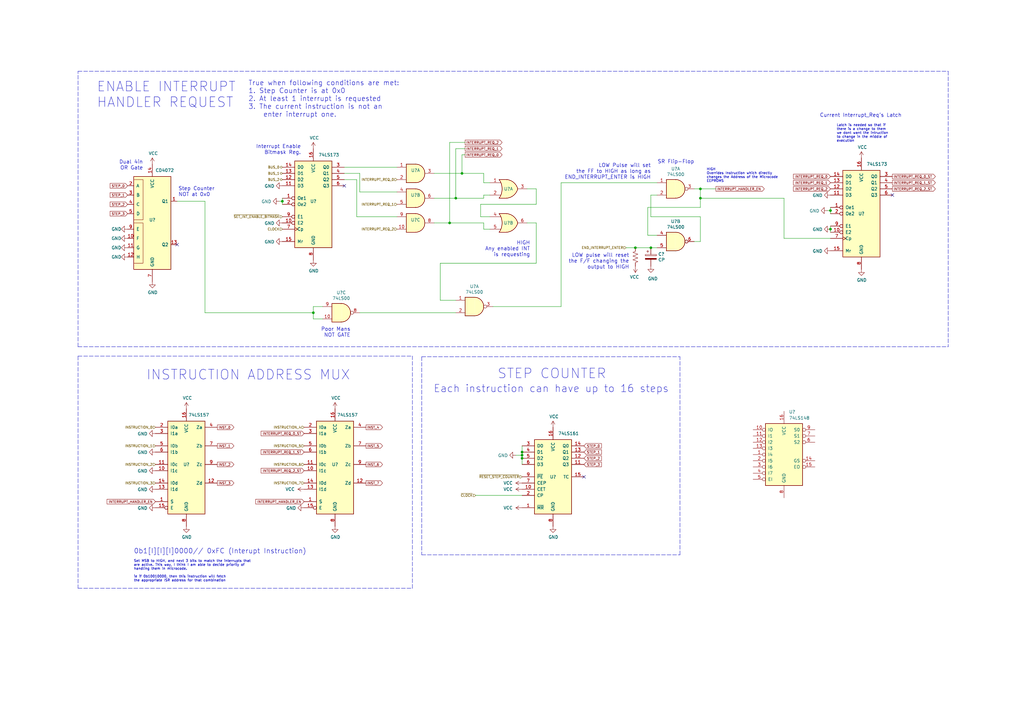
<source format=kicad_sch>
(kicad_sch (version 20211123) (generator eeschema)
  (paper "A3")
  (lib_symbols
    (symbol "74xx:74LS00" (pin_names (offset 1.016))
      (property "Reference" "U" (at 0 1.27 0))
      (property "Value" "74LS00" (at 0 -1.27 0))
      (symbol "74LS00_1_1"
        (pin input line (at -7.62 2.54 0) (length 3.81) (name "~") (number "1"))
        (pin input line (at -7.62 -2.54 0) (length 3.81) (name "~") (number "2"))
        (pin output inverted (at 7.62 0 180) (length 3.81) (name "~") (number "3"))
      )
      (symbol "74LS00_1_2"
        (pin input inverted (at -7.62 2.54 0) (length 4.318) (name "~") (number "1"))
        (pin input inverted (at -7.62 -2.54 0) (length 4.318) (name "~") (number "2"))
        (pin output line (at 7.62 0 180) (length 3.81) (name "~") (number "3"))
      )
      (symbol "74LS00_2_1"
        (pin input line (at -7.62 2.54 0) (length 3.81) (name "~") (number "4"))
        (pin input line (at -7.62 -2.54 0) (length 3.81) (name "~") (number "5"))
        (pin output inverted (at 7.62 0 180) (length 3.81) (name "~") (number "6"))
      )
      (symbol "74LS00_2_2"
        (pin input inverted (at -7.62 2.54 0) (length 4.318) (name "~") (number "4"))
        (pin input inverted (at -7.62 -2.54 0) (length 4.318) (name "~") (number "5"))
        (pin output line (at 7.62 0 180) (length 3.81) (name "~") (number "6"))
      )
      (symbol "74LS00_3_1"
        (pin input line (at -7.62 -2.54 0) (length 3.81) (name "~") (number "10"))
        (pin output inverted (at 7.62 0 180) (length 3.81) (name "~") (number "8"))
        (pin input line (at -7.62 2.54 0) (length 3.81) (name "~") (number "9"))
      )
      (symbol "74LS00_3_2"
        (pin input inverted (at -7.62 -2.54 0) (length 4.318) (name "~") (number "10"))
        (pin output line (at 7.62 0 180) (length 3.81) (name "~") (number "8"))
        (pin input inverted (at -7.62 2.54 0) (length 4.318) (name "~") (number "9"))
      )
      (symbol "74LS00_4_1"
        (pin output inverted (at 7.62 0 180) (length 3.81) (name "~") (number "11"))
        (pin input line (at -7.62 2.54 0) (length 3.81) (name "~") (number "12"))
        (pin input line (at -7.62 -2.54 0) (length 3.81) (name "~") (number "13"))
      )
      (symbol "74LS00_4_2"
        (pin output line (at 7.62 0 180) (length 3.81) (name "~") (number "11"))
        (pin input inverted (at -7.62 2.54 0) (length 4.318) (name "~") (number "12"))
        (pin input inverted (at -7.62 -2.54 0) (length 4.318) (name "~") (number "13"))
      )
      (symbol "74LS00_5_0"
        (pin power_in line (at 0 12.7 270) (length 5.08) (name "VCC") (number "14"))
        (pin power_in line (at 0 -12.7 90) (length 5.08) (name "GND") (number "7"))
      )
    )
    (symbol "74xx:74LS08" (pin_names (offset 1.016))
      (property "Reference" "U" (at 0 1.27 0))
      (property "Value" "74LS08" (at 0 -1.27 0))
      (symbol "74LS08_1_1"
        (pin input line (at -7.62 2.54 0) (length 3.81) (name "~") (number "1"))
        (pin input line (at -7.62 -2.54 0) (length 3.81) (name "~") (number "2"))
        (pin output line (at 7.62 0 180) (length 3.81) (name "~") (number "3"))
      )
      (symbol "74LS08_1_2"
        (pin input inverted (at -7.62 2.54 0) (length 4.318) (name "~") (number "1"))
        (pin input inverted (at -7.62 -2.54 0) (length 4.318) (name "~") (number "2"))
        (pin output inverted (at 7.62 0 180) (length 3.81) (name "~") (number "3"))
      )
      (symbol "74LS08_2_1"
        (pin input line (at -7.62 2.54 0) (length 3.81) (name "~") (number "4"))
        (pin input line (at -7.62 -2.54 0) (length 3.81) (name "~") (number "5"))
        (pin output line (at 7.62 0 180) (length 3.81) (name "~") (number "6"))
      )
      (symbol "74LS08_2_2"
        (pin input inverted (at -7.62 2.54 0) (length 4.318) (name "~") (number "4"))
        (pin input inverted (at -7.62 -2.54 0) (length 4.318) (name "~") (number "5"))
        (pin output inverted (at 7.62 0 180) (length 3.81) (name "~") (number "6"))
      )
      (symbol "74LS08_3_1"
        (pin input line (at -7.62 -2.54 0) (length 3.81) (name "~") (number "10"))
        (pin output line (at 7.62 0 180) (length 3.81) (name "~") (number "8"))
        (pin input line (at -7.62 2.54 0) (length 3.81) (name "~") (number "9"))
      )
      (symbol "74LS08_3_2"
        (pin input inverted (at -7.62 -2.54 0) (length 4.318) (name "~") (number "10"))
        (pin output inverted (at 7.62 0 180) (length 3.81) (name "~") (number "8"))
        (pin input inverted (at -7.62 2.54 0) (length 4.318) (name "~") (number "9"))
      )
      (symbol "74LS08_4_1"
        (pin output line (at 7.62 0 180) (length 3.81) (name "~") (number "11"))
        (pin input line (at -7.62 2.54 0) (length 3.81) (name "~") (number "12"))
        (pin input line (at -7.62 -2.54 0) (length 3.81) (name "~") (number "13"))
      )
      (symbol "74LS08_4_2"
        (pin output inverted (at 7.62 0 180) (length 3.81) (name "~") (number "11"))
        (pin input inverted (at -7.62 2.54 0) (length 4.318) (name "~") (number "12"))
        (pin input inverted (at -7.62 -2.54 0) (length 4.318) (name "~") (number "13"))
      )
      (symbol "74LS08_5_0"
        (pin power_in line (at 0 12.7 270) (length 5.08) (name "VCC") (number "14"))
        (pin power_in line (at 0 -12.7 90) (length 5.08) (name "GND") (number "7"))
      )
    )
    (symbol "74xx:74LS148" (pin_names (offset 1.016))
      (property "Reference" "U" (at -7.62 13.97 0))
      (property "Value" "74LS148" (at -7.62 -13.97 0))
      (symbol "74LS148_1_0"
        (pin input inverted (at -12.7 0 0) (length 5.08) (name "I4") (number "1"))
        (pin input inverted (at -12.7 10.16 0) (length 5.08) (name "IO") (number "10"))
        (pin input inverted (at -12.7 7.62 0) (length 5.08) (name "I1") (number "11"))
        (pin input inverted (at -12.7 5.08 0) (length 5.08) (name "I2") (number "12"))
        (pin input inverted (at -12.7 2.54 0) (length 5.08) (name "I3") (number "13"))
        (pin output inverted (at 12.7 -2.54 180) (length 5.08) (name "GS") (number "14"))
        (pin output inverted (at 12.7 -5.08 180) (length 5.08) (name "EO") (number "15"))
        (pin power_in line (at 0 17.78 270) (length 5.08) (name "VCC") (number "16"))
        (pin input inverted (at -12.7 -2.54 0) (length 5.08) (name "I5") (number "2"))
        (pin input inverted (at -12.7 -5.08 0) (length 5.08) (name "I6") (number "3"))
        (pin input inverted (at -12.7 -7.62 0) (length 5.08) (name "I7") (number "4"))
        (pin input inverted (at -12.7 -10.16 0) (length 5.08) (name "EI") (number "5"))
        (pin output inverted (at 12.7 5.08 180) (length 5.08) (name "S2") (number "6"))
        (pin output inverted (at 12.7 7.62 180) (length 5.08) (name "S1") (number "7"))
        (pin power_in line (at 0 -17.78 90) (length 5.08) (name "GND") (number "8"))
        (pin output inverted (at 12.7 10.16 180) (length 5.08) (name "S0") (number "9"))
      )
    )
    (symbol "74xx:74LS157" (pin_names (offset 1.016))
      (property "Reference" "U" (at -7.62 19.05 0))
      (property "Value" "74LS157" (at -7.62 -21.59 0))
      (symbol "74LS157_1_0"
        (pin input line (at -12.7 -15.24 0) (length 5.08) (name "S") (number "1"))
        (pin input line (at -12.7 -2.54 0) (length 5.08) (name "I1c") (number "10"))
        (pin input line (at -12.7 0 0) (length 5.08) (name "I0c") (number "11"))
        (pin output line (at 12.7 -7.62 180) (length 5.08) (name "Zd") (number "12"))
        (pin input line (at -12.7 -10.16 0) (length 5.08) (name "I1d") (number "13"))
        (pin input line (at -12.7 -7.62 0) (length 5.08) (name "I0d") (number "14"))
        (pin input inverted (at -12.7 -17.78 0) (length 5.08) (name "E") (number "15"))
        (pin power_in line (at 0 22.86 270) (length 5.08) (name "VCC") (number "16"))
        (pin input line (at -12.7 15.24 0) (length 5.08) (name "I0a") (number "2"))
        (pin input line (at -12.7 12.7 0) (length 5.08) (name "I1a") (number "3"))
        (pin output line (at 12.7 15.24 180) (length 5.08) (name "Za") (number "4"))
        (pin input line (at -12.7 7.62 0) (length 5.08) (name "I0b") (number "5"))
        (pin input line (at -12.7 5.08 0) (length 5.08) (name "I1b") (number "6"))
        (pin output line (at 12.7 7.62 180) (length 5.08) (name "Zb") (number "7"))
        (pin power_in line (at 0 -25.4 90) (length 5.08) (name "GND") (number "8"))
        (pin output line (at 12.7 0 180) (length 5.08) (name "Zc") (number "9"))
      )
    )
    (symbol "74xx:74LS161" (pin_names (offset 1.016))
      (property "Reference" "U" (at -7.62 16.51 0))
      (property "Value" "74LS161" (at -7.62 -16.51 0))
      (symbol "74LS161_1_0"
        (pin input line (at -12.7 -12.7 0) (length 5.08) (name "~{MR}") (number "1"))
        (pin input line (at -12.7 -5.08 0) (length 5.08) (name "CET") (number "10"))
        (pin output line (at 12.7 5.08 180) (length 5.08) (name "Q3") (number "11"))
        (pin output line (at 12.7 7.62 180) (length 5.08) (name "Q2") (number "12"))
        (pin output line (at 12.7 10.16 180) (length 5.08) (name "Q1") (number "13"))
        (pin output line (at 12.7 12.7 180) (length 5.08) (name "Q0") (number "14"))
        (pin output line (at 12.7 0 180) (length 5.08) (name "TC") (number "15"))
        (pin power_in line (at 0 20.32 270) (length 5.08) (name "VCC") (number "16"))
        (pin input line (at -12.7 -7.62 0) (length 5.08) (name "CP") (number "2"))
        (pin input line (at -12.7 12.7 0) (length 5.08) (name "D0") (number "3"))
        (pin input line (at -12.7 10.16 0) (length 5.08) (name "D1") (number "4"))
        (pin input line (at -12.7 7.62 0) (length 5.08) (name "D2") (number "5"))
        (pin input line (at -12.7 5.08 0) (length 5.08) (name "D3") (number "6"))
        (pin input line (at -12.7 -2.54 0) (length 5.08) (name "CEP") (number "7"))
        (pin power_in line (at 0 -20.32 90) (length 5.08) (name "GND") (number "8"))
        (pin input line (at -12.7 0 0) (length 5.08) (name "~{PE}") (number "9"))
      )
    )
    (symbol "74xx:74LS173" (pin_names (offset 1.016))
      (property "Reference" "U" (at -7.62 19.05 0))
      (property "Value" "74LS173" (at -7.62 -19.05 0))
      (symbol "74LS173_1_0"
        (pin input inverted (at -12.7 2.54 0) (length 5.08) (name "Oe1") (number "1"))
        (pin input inverted (at -12.7 -7.62 0) (length 5.08) (name "E2") (number "10"))
        (pin input line (at -12.7 7.62 0) (length 5.08) (name "D3") (number "11"))
        (pin input line (at -12.7 10.16 0) (length 5.08) (name "D2") (number "12"))
        (pin input line (at -12.7 12.7 0) (length 5.08) (name "D1") (number "13"))
        (pin input line (at -12.7 15.24 0) (length 5.08) (name "D0") (number "14"))
        (pin input line (at -12.7 -15.24 0) (length 5.08) (name "Mr") (number "15"))
        (pin power_in line (at 0 22.86 270) (length 5.08) (name "VCC") (number "16"))
        (pin input inverted (at -12.7 0 0) (length 5.08) (name "Oe2") (number "2"))
        (pin tri_state line (at 12.7 15.24 180) (length 5.08) (name "Q0") (number "3"))
        (pin tri_state line (at 12.7 12.7 180) (length 5.08) (name "Q1") (number "4"))
        (pin tri_state line (at 12.7 10.16 180) (length 5.08) (name "Q2") (number "5"))
        (pin tri_state line (at 12.7 7.62 180) (length 5.08) (name "Q3") (number "6"))
        (pin input clock (at -12.7 -10.16 0) (length 5.08) (name "Cp") (number "7"))
        (pin power_in line (at 0 -22.86 90) (length 5.08) (name "GND") (number "8"))
        (pin input inverted (at -12.7 -5.08 0) (length 5.08) (name "E1") (number "9"))
      )
    )
    (symbol "74xx:74LS32" (pin_names (offset 1.016))
      (property "Reference" "U" (at 0 1.27 0))
      (property "Value" "74LS32" (at 0 -1.27 0))
      (symbol "74LS32_1_1"
        (pin input line (at -7.62 2.54 0) (length 4.318) (name "~") (number "1"))
        (pin input line (at -7.62 -2.54 0) (length 4.318) (name "~") (number "2"))
        (pin output line (at 7.62 0 180) (length 3.81) (name "~") (number "3"))
      )
      (symbol "74LS32_1_2"
        (pin input inverted (at -7.62 2.54 0) (length 3.81) (name "~") (number "1"))
        (pin input inverted (at -7.62 -2.54 0) (length 3.81) (name "~") (number "2"))
        (pin output inverted (at 7.62 0 180) (length 3.81) (name "~") (number "3"))
      )
      (symbol "74LS32_2_1"
        (pin input line (at -7.62 2.54 0) (length 4.318) (name "~") (number "4"))
        (pin input line (at -7.62 -2.54 0) (length 4.318) (name "~") (number "5"))
        (pin output line (at 7.62 0 180) (length 3.81) (name "~") (number "6"))
      )
      (symbol "74LS32_2_2"
        (pin input inverted (at -7.62 2.54 0) (length 3.81) (name "~") (number "4"))
        (pin input inverted (at -7.62 -2.54 0) (length 3.81) (name "~") (number "5"))
        (pin output inverted (at 7.62 0 180) (length 3.81) (name "~") (number "6"))
      )
      (symbol "74LS32_3_1"
        (pin input line (at -7.62 -2.54 0) (length 4.318) (name "~") (number "10"))
        (pin output line (at 7.62 0 180) (length 3.81) (name "~") (number "8"))
        (pin input line (at -7.62 2.54 0) (length 4.318) (name "~") (number "9"))
      )
      (symbol "74LS32_3_2"
        (pin input inverted (at -7.62 -2.54 0) (length 3.81) (name "~") (number "10"))
        (pin output inverted (at 7.62 0 180) (length 3.81) (name "~") (number "8"))
        (pin input inverted (at -7.62 2.54 0) (length 3.81) (name "~") (number "9"))
      )
      (symbol "74LS32_4_1"
        (pin output line (at 7.62 0 180) (length 3.81) (name "~") (number "11"))
        (pin input line (at -7.62 2.54 0) (length 4.318) (name "~") (number "12"))
        (pin input line (at -7.62 -2.54 0) (length 4.318) (name "~") (number "13"))
      )
      (symbol "74LS32_4_2"
        (pin output inverted (at 7.62 0 180) (length 3.81) (name "~") (number "11"))
        (pin input inverted (at -7.62 2.54 0) (length 3.81) (name "~") (number "12"))
        (pin input inverted (at -7.62 -2.54 0) (length 3.81) (name "~") (number "13"))
      )
      (symbol "74LS32_5_0"
        (pin power_in line (at 0 12.7 270) (length 5.08) (name "VCC") (number "14"))
        (pin power_in line (at 0 -12.7 90) (length 5.08) (name "GND") (number "7"))
      )
    )
    (symbol "Connector_Generic:Conn_01x12" (pin_names (offset 1.016) hide)
      (property "Reference" "J" (at 0 15.24 0))
      (property "Value" "Conn_01x12" (at 0 -17.78 0))
      (symbol "Conn_01x12_1_1"
        (pin passive line (at -5.08 12.7 0) (length 3.81) (name "Pin_1") (number "1"))
        (pin passive line (at -5.08 -10.16 0) (length 3.81) (name "Pin_10") (number "10"))
        (pin passive line (at -5.08 -12.7 0) (length 3.81) (name "Pin_11") (number "11"))
        (pin passive line (at -5.08 -15.24 0) (length 3.81) (name "Pin_12") (number "12"))
        (pin passive line (at -5.08 10.16 0) (length 3.81) (name "Pin_2") (number "2"))
        (pin passive line (at -5.08 7.62 0) (length 3.81) (name "Pin_3") (number "3"))
        (pin passive line (at -5.08 5.08 0) (length 3.81) (name "Pin_4") (number "4"))
        (pin passive line (at -5.08 2.54 0) (length 3.81) (name "Pin_5") (number "5"))
        (pin passive line (at -5.08 0 0) (length 3.81) (name "Pin_6") (number "6"))
        (pin passive line (at -5.08 -2.54 0) (length 3.81) (name "Pin_7") (number "7"))
        (pin passive line (at -5.08 -5.08 0) (length 3.81) (name "Pin_8") (number "8"))
        (pin passive line (at -5.08 -7.62 0) (length 3.81) (name "Pin_9") (number "9"))
      )
    )
    (symbol "Device:CP" (pin_numbers hide) (pin_names (offset 0.254))
      (property "Reference" "C" (at 0.635 2.54 0))
      (property "Value" "Device_CP" (at 0.635 -2.54 0))
      (symbol "CP_1_1"
        (pin passive line (at 0 3.81 270) (length 2.794) (name "~") (number "1"))
        (pin passive line (at 0 -3.81 90) (length 2.794) (name "~") (number "2"))
      )
    )
    (symbol "SMD-Stephen:CD4072" (pin_names (offset 1.016))
      (property "Reference" "U" (at -7.62 19.05 0))
      (property "Value" "SMD-Stephen_CD4072" (at 5.08 19.05 0))
      (symbol "CD4072_1_0"
        (pin output line (at 10.16 7.62 180) (length 2.54) (name "Q1") (number "1"))
        (pin input line (at -10.16 -7.62 0) (length 2.54) (name "F") (number "10"))
        (pin input line (at -10.16 -11.43 0) (length 2.54) (name "G") (number "11"))
        (pin input line (at -10.16 -15.24 0) (length 2.54) (name "H") (number "12"))
        (pin output line (at 10.16 -10.16 180) (length 2.54) (name "Q2") (number "13"))
        (pin power_in line (at 0 22.86 270) (length 5.08) (name "VCC") (number "14"))
        (pin input line (at -10.16 13.97 0) (length 2.54) (name "A") (number "2"))
        (pin input line (at -10.16 10.16 0) (length 2.54) (name "B") (number "3"))
        (pin input line (at -10.16 6.35 0) (length 2.54) (name "C") (number "4"))
        (pin input line (at -10.16 2.54 0) (length 2.54) (name "D") (number "5"))
        (pin power_in line (at 0 -25.4 90) (length 5.08) (name "GND") (number "7"))
        (pin input line (at -10.16 -3.81 0) (length 2.54) (name "E") (number "9"))
      )
    )
    (symbol "power:GND" (power) (pin_names (offset 0))
      (property "Value" "GND" (at 0 -3.81 0))
      (symbol "GND_1_1"
        (pin power_in line (at 0 0 270) (length 0) hide (name "GND") (number "1"))
      )
    )
    (symbol "power:PWR_FLAG" (power) (pin_numbers hide) (pin_names (offset 0) hide)
      (property "Value" "PWR_FLAG" (at 0 3.81 0))
      (symbol "PWR_FLAG_0_0"
        (pin power_out line (at 0 0 90) (length 0) (name "pwr") (number "1"))
      )
    )
    (symbol "power:VCC" (power) (pin_names (offset 0))
      (property "Value" "VCC" (at 0 3.81 0))
      (symbol "VCC_1_1"
        (pin power_in line (at 0 0 90) (length 0) hide (name "VCC") (number "1"))
      )
    )
    (symbol "stephen-mouser:3.9kohm" (pin_numbers hide) (pin_names (offset 0))
      (property "V" "3.9KΩ" (at 0 0 0))
      (symbol "3.9kohm_1_1"
        (pin passive line (at 0 3.81 270) (length 1.27) (name "~") (number "1"))
        (pin passive line (at 0 -3.81 90) (length 1.27) (name "~") (number "2"))
      )
    )
  )
  (junction (at 214.122 185.42))
  (junction (at -128.524 163.068))
  (junction (at 184.404 91.44))
  (junction (at 189.484 71.12))
  (junction (at 186.944 81.28))
  (junction (at -128.524 160.528))
  (junction (at 340.614 86.36))
  (junction (at 214.122 187.96))
  (junction (at 287.274 81.28))
  (junction (at 266.954 101.6))
  (junction (at 260.604 101.6))
  (junction (at 115.824 82.55))
  (junction (at 340.614 93.98))
  (junction (at 287.274 77.47))
  (junction (at 214.122 186.69))
  (junction (at 128.524 128.27))
  (no_connect (at 499.11 254))
  (no_connect (at 366.014 80.01))
  (no_connect (at 239.522 195.58))
  (no_connect (at 514.35 256.54))
  (no_connect (at 455.93 255.27))
  (no_connect (at 499.11 273.05))
  (no_connect (at 141.224 76.2))
  (no_connect (at 440.69 271.78))
  (no_connect (at 455.93 269.24))
  (no_connect (at 455.93 283.21))
  (no_connect (at 440.69 280.67))
  (no_connect (at 440.69 285.75))
  (no_connect (at 440.69 257.81))
  (no_connect (at 514.35 270.51))
  (no_connect (at 499.11 259.08))
  (no_connect (at 499.11 267.97))
  (no_connect (at 440.69 252.73))
  (no_connect (at 440.69 266.7))
  (no_connect (at 72.644 100.33))
  (wire (pts (xy 189.484 71.12) (xy 198.374 71.12)))
  (wire (pts (xy 72.644 82.55) (xy 84.074 82.55)))
  (wire (pts (xy 146.304 73.66) (xy 146.304 88.9)))
  (wire (pts (xy 340.614 92.71) (xy 340.614 93.98)))
  (polyline (pts (xy 419.1 387.35) (xy 419.1 400.05)))
  (wire (pts (xy 128.524 130.81) (xy 132.334 130.81)))
  (wire (pts (xy 198.374 91.44) (xy 198.374 93.98)))
  (wire (pts (xy 211.582 186.69) (xy 214.122 186.69)))
  (polyline (pts (xy 419.1 373.38) (xy 419.1 386.08)))
  (wire (pts (xy 230.124 74.93) (xy 269.494 74.93)))
  (polyline (pts (xy 419.1 393.7) (xy 412.75 393.7)))
  (wire (pts (xy 186.944 123.19) (xy 180.594 123.19)))
  (wire (pts (xy 141.224 71.12) (xy 147.574 71.12)))
  (wire (pts (xy 198.374 93.98) (xy 200.914 93.98)))
  (wire (pts (xy 178.054 71.12) (xy 189.484 71.12)))
  (wire (pts (xy 147.574 128.27) (xy 186.944 128.27)))
  (wire (pts (xy 186.944 60.96) (xy 190.754 60.96)))
  (wire (pts (xy 197.104 83.82) (xy 197.104 88.9)))
  (wire (pts (xy 287.274 77.47) (xy 287.274 81.28)))
  (wire (pts (xy 260.604 101.6) (xy 266.954 101.6)))
  (wire (pts (xy 186.944 60.96) (xy 186.944 81.28)))
  (wire (pts (xy 340.614 85.09) (xy 340.614 86.36)))
  (wire (pts (xy 293.624 77.47) (xy 287.274 77.47)))
  (wire (pts (xy 180.594 107.95) (xy 219.964 107.95)))
  (wire (pts (xy 266.954 88.9) (xy 266.954 80.01)))
  (polyline (pts (xy 419.1 356.87) (xy 412.75 356.87)))
  (wire (pts (xy 287.274 85.09) (xy 265.684 85.09)))
  (wire (pts (xy 198.374 71.12) (xy 198.374 74.93)))
  (wire (pts (xy 214.122 186.69) (xy 214.122 187.96)))
  (wire (pts (xy 84.074 128.27) (xy 128.524 128.27)))
  (wire (pts (xy 219.964 83.82) (xy 197.104 83.82)))
  (polyline (pts (xy 388.874 29.21) (xy 388.874 142.24)))
  (wire (pts (xy 186.944 81.28) (xy 198.374 81.28)))
  (wire (pts (xy 114.554 82.55) (xy 115.824 82.55)))
  (wire (pts (xy 195.072 203.2) (xy 214.122 203.2)))
  (polyline (pts (xy 32.004 146.05) (xy 32.004 241.3)))
  (wire (pts (xy 184.404 91.44) (xy 198.374 91.44)))
  (wire (pts (xy 132.334 125.73) (xy 128.524 125.73)))
  (wire (pts (xy 180.594 123.19) (xy 180.594 107.95)))
  (polyline (pts (xy 172.974 146.304) (xy 278.892 146.304)))
  (wire (pts (xy 287.274 88.9) (xy 287.274 99.06)))
  (wire (pts (xy 230.124 74.93) (xy 230.124 125.73)))
  (wire (pts (xy 178.054 91.44) (xy 184.404 91.44)))
  (wire (pts (xy 84.074 82.55) (xy 84.074 128.27)))
  (wire (pts (xy 147.574 71.12) (xy 147.574 78.74)))
  (polyline (pts (xy 172.974 227.584) (xy 278.892 227.584)))
  (wire (pts (xy 198.374 80.01) (xy 200.914 80.01)))
  (polyline (pts (xy 419.1 379.73) (xy 412.75 379.73)))
  (wire (pts (xy 147.574 78.74) (xy 162.814 78.74)))
  (wire (pts (xy 284.734 77.47) (xy 287.274 77.47)))
  (wire (pts (xy 265.684 96.52) (xy 269.494 96.52)))
  (wire (pts (xy 128.524 125.73) (xy 128.524 128.27)))
  (wire (pts (xy 128.524 128.27) (xy 128.524 130.81)))
  (wire (pts (xy 178.054 81.28) (xy 186.944 81.28)))
  (wire (pts (xy 266.954 101.6) (xy 269.494 101.6)))
  (wire (pts (xy 284.734 99.06) (xy 287.274 99.06)))
  (wire (pts (xy 198.374 74.93) (xy 200.914 74.93)))
  (wire (pts (xy 340.614 86.36) (xy 340.614 87.63)))
  (polyline (pts (xy 431.8 187.96) (xy 431.8 290.83)))
  (wire (pts (xy 287.274 88.9) (xy 266.954 88.9)))
  (wire (pts (xy 146.304 88.9) (xy 162.814 88.9)))
  (polyline (pts (xy 431.8 187.96) (xy 523.24 187.96)))
  (polyline (pts (xy 431.8 290.83) (xy 523.24 290.83)))
  (wire (pts (xy 219.964 77.47) (xy 219.964 83.82)))
  (wire (pts (xy 216.154 77.47) (xy 219.964 77.47)))
  (wire (pts (xy 214.122 187.96) (xy 214.122 190.5)))
  (wire (pts (xy 141.224 68.58) (xy 162.814 68.58)))
  (wire (pts (xy 214.122 185.42) (xy 214.122 182.88)))
  (wire (pts (xy 115.824 81.28) (xy 115.824 82.55)))
  (wire (pts (xy -128.524 160.528) (xy -137.414 160.528)))
  (wire (pts (xy 339.344 86.36) (xy 340.614 86.36)))
  (wire (pts (xy 141.224 73.66) (xy 146.304 73.66)))
  (wire (pts (xy 216.154 91.44) (xy 219.964 91.44)))
  (wire (pts (xy 321.564 81.28) (xy 287.274 81.28)))
  (polyline (pts (xy 32.004 241.3) (xy 169.164 241.3)))
  (wire (pts (xy 256.794 101.6) (xy 260.604 101.6)))
  (wire (pts (xy 190.754 58.42) (xy 184.404 58.42)))
  (wire (pts (xy 214.122 186.69) (xy 214.122 185.42)))
  (polyline (pts (xy 32.004 29.21) (xy 388.874 29.21)))
  (wire (pts (xy 219.964 91.44) (xy 219.964 107.95)))
  (wire (pts (xy 198.374 81.28) (xy 198.374 80.01)))
  (wire (pts (xy 265.684 85.09) (xy 265.684 96.52)))
  (wire (pts (xy 321.564 81.28) (xy 321.564 97.79)))
  (wire (pts (xy 266.954 80.01) (xy 269.494 80.01)))
  (wire (pts (xy 189.484 63.5) (xy 189.484 71.12)))
  (wire (pts (xy 287.274 81.28) (xy 287.274 85.09)))
  (wire (pts (xy 115.824 82.55) (xy 115.824 83.82)))
  (polyline (pts (xy 169.164 241.3) (xy 169.164 146.05)))
  (polyline (pts (xy 523.24 187.96) (xy 523.24 290.83)))
  (wire (pts (xy 340.614 97.79) (xy 321.564 97.79)))
  (wire (pts (xy 190.754 63.5) (xy 189.484 63.5)))
  (wire (pts (xy 202.184 125.73) (xy 230.124 125.73)))
  (polyline (pts (xy 419.1 341.63) (xy 419.1 372.11)))
  (wire (pts (xy 340.614 93.98) (xy 340.614 95.25)))
  (polyline (pts (xy 172.974 146.304) (xy 172.974 227.584)))
  (polyline (pts (xy 278.892 227.584) (xy 278.892 146.304)))
  (polyline (pts (xy 32.004 142.24) (xy 32.004 29.21)))
  (polyline (pts (xy 32.004 142.24) (xy 388.874 142.24)))
  (wire (pts (xy 197.104 88.9) (xy 200.914 88.9)))
  (wire (pts (xy -137.414 163.068) (xy -128.524 163.068)))
  (wire (pts (xy 184.404 58.42) (xy 184.404 91.44)))
  (polyline (pts (xy 32.004 146.05) (xy 169.164 146.05)))
  (text "STORE PC" (at 411.48 358.14 180) (effects (font (size 2.9972 2.9972)) (justify right bottom)))
  (text "Poor Mans\nNOT GATE" (at 143.764 138.43 180) (effects (font (size 1.4986 1.4986)) (justify right bottom)))
  (text "Latch is needed so that if\nthere is a change to them\nwe dont want the intruction\nto change in the middle of\nexecution" (at 343.154 58.42 0) (effects (font (size 0.9906 0.9906)) (justify left bottom)))
  (text "TODO TODO Return from Interrupt\n\n1. Restore PC => Mem  => SP\n2. Restore Flags => Mem  => SP\n3. Load MAR with PC\n4. Fetch Instruction\n5. Execute" (at 411.48 473.71 0) (effects (font (size 2.9972 2.9972)) (justify left bottom)))
  (text "Step Counter\nNOT at 0x0" (at 73.152 80.772 0) (effects (font (size 1.4986 1.4986)) (justify left bottom)))
  (text "STORE FLAGS" (at 411.48 381 180) (effects (font (size 2.9972 2.9972)) (justify right bottom)))
  (text "STEP COUNTER" (at 203.962 155.702 0) (effects (font (size 3.9878 3.9878)) (justify left bottom)))
  (text "HIGH\nAny enabled INT\nis requesting" (at 217.424 105.41 180) (effects (font (size 1.4986 1.4986)) (justify right bottom)))
  (text "LOW pulse will reset\nthe F/F changing the\noutput to HIGH" (at 258.064 110.49 0) (effects (font (size 1.4986 1.4986)) (justify right bottom)))
  (text "SR Flip-Flop" (at 284.734 67.31 180) (effects (font (size 1.4986 1.4986)) (justify right bottom)))
  (text "LOW Pulse will set\nthe FF to HIGH as long as\nEND_INTERRUPT_ENTER is HIGH" (at 266.954 73.66 0) (effects (font (size 1.4986 1.4986)) (justify right bottom)))
  (text "jmp  $2:111\n\njmp cs:cd\n\n\n\nconditionals near jump\nfar jump non conditional\n\n\njfeq = bonus far jump\njfneq = bonus 2" (at 612.14 330.2 0) (effects (font (size 3.9878 3.9878)) (justify left bottom)))
  (text "Set MSB to HIGH, and next 3 bits to match the interrupts that\nare active. This way, I think I am able to decide priority of \nhandling them in microcode.\n\nie if 0b10010000, then this instruction will fetch\nthe appropriate ISR address for that combination" (at 54.864 238.76 0) (effects (font (size 0.9906 0.9906)) (justify left bottom)))
  (text "MOV A, 200\nADD 230\nJC $1000" (at 624.84 367.03 0) (effects (font (size 3.9878 3.9878)) (justify left bottom)))
  (text "1.  Increment SP\n2.  PC Out | Transfer Register In\n3.  SP Address Out | MAR In\n4.  TX MSB Out | MEM Write\n5.  Increment SP\n6.  SP Address Out | MAR In\n7.  TX LSB Out | MEM Write\n8.  Increment SP\n9.  SP Address Out | MAR In\n10. Flags Reg Out | MEM Write\n11. Load Interrupt Address in *** to PC | Clear Interrupt Flag(?)\n12. PC Out | MAR In\n13. Memory Out | Instruction Register In\n\n*** Interrupt Addresses are static (I think)\n      $8000\n      $8001\n      $8002\n" (at 421.64 422.91 0) (effects (font (size 2.9972 2.9972)) (justify left bottom)))
  (text "Current Interrupt_Req’s Latch" (at 369.824 48.26 180) (effects (font (size 1.4986 1.4986)) (justify right bottom)))
  (text "Dual 4in\nOR Gate" (at 58.674 69.85 180) (effects (font (size 1.4986 1.4986)) (justify right bottom)))
  (text "Each instruction can have up to 16 steps" (at 177.8 161.29 0) (effects (font (size 2.9972 2.9972)) (justify left bottom)))
  (text "Interrupt Enable\nBitmask Reg." (at 123.444 63.5 180) (effects (font (size 1.4986 1.4986)) (justify right bottom)))
  (text "INSTRUCTION ADDRESS MUX" (at 59.944 156.21 0) (effects (font (size 3.9878 3.9878)) (justify left bottom)))
  (text "True when following conditions are met:\n1. Step Counter is at 0x0\n2. At least 1 interrupt is requested\n3. The current instruction is not an\n    enter interrupt one." (at 101.854 48.26 0) (effects (font (size 2.0066 2.0066)) (justify left bottom)))
  (text "HIGH\nOverrides Instruction which directly\nchanges the Address of the Microcode\nEEPROMS" (at 289.814 74.93 0) (effects (font (size 0.9906 0.9906)) (justify left bottom)))
  (text "LOGIC GATE POWER\nAND UNUSED" (at 449.58 203.2 0) (effects (font (size 3.9878 3.9878)) (justify left bottom)))
  (text "ENABLE INTERRUPT\nHANDLER REQUEST" (at 39.624 44.45 0) (effects (font (size 3.9878 3.9878)) (justify left bottom)))
  (text "FETCH INTERRUPT SUBROUTINE" (at 411.48 394.97 180) (effects (font (size 2.9972 2.9972)) (justify right bottom)))
  (text "Enter Interrupt\n" (at 422.91 335.28 0) (effects (font (size 5.0038 5.0038)) (justify left bottom)))
  (text "0b1[I][I][I]0000// 0xFC (Interupt Instruction)" (at 54.864 227.33 0) (effects (font (size 2.0066 2.0066)) (justify left bottom)))
  (global_label "INST_6" (shape output) (at 150.114 190.5 0) (effects (font (size 0.9906 0.9906))) (property "Intersheet References" "${INTERSHEET_REFS}" (effects hide)))
  (global_label "INTERRUPT_REQ_0_ST" (shape input) (at 124.714 177.8 180) (effects (font (size 0.9906 0.9906))) (property "Intersheet References" "${INTERSHEET_REFS}" (effects hide)))
  (global_label "INTERRUPT_REQ_2" (shape output) (at 190.754 58.42 0) (effects (font (size 0.9906 0.9906))) (property "Intersheet References" "${INTERSHEET_REFS}" (effects hide)))
  (global_label "INSTRUCTION_7" (shape output) (at -128.524 185.928 0) (effects (font (size 0.9906 0.9906))) (property "Intersheet References" "${INTERSHEET_REFS}" (effects hide)))
  (global_label "INSTRUCTION_6" (shape output) (at -128.524 183.388 0) (effects (font (size 0.9906 0.9906))) (property "Intersheet References" "${INTERSHEET_REFS}" (effects hide)))
  (global_label "STEP_0" (shape input) (at 52.324 76.2 180) (effects (font (size 0.9906 0.9906))) (property "Intersheet References" "${INTERSHEET_REFS}" (effects hide)))
  (global_label "STEP_3" (shape input) (at 239.522 190.5 0) (effects (font (size 0.9906 0.9906))) (property "Intersheet References" "${INTERSHEET_REFS}" (effects hide)))
  (global_label "INST_3" (shape output) (at 89.154 198.12 0) (effects (font (size 0.9906 0.9906))) (property "Intersheet References" "${INTERSHEET_REFS}" (effects hide)))
  (global_label "INTERRUPT_REQ_2" (shape input) (at 340.614 77.47 180) (effects (font (size 0.9906 0.9906))) (property "Intersheet References" "${INTERSHEET_REFS}" (effects hide)))
  (global_label "INTERRUPT_REQ_1" (shape input) (at 340.614 74.93 180) (effects (font (size 0.9906 0.9906))) (property "Intersheet References" "${INTERSHEET_REFS}" (effects hide)))
  (global_label "INTERRUPT_REQ_1_ST" (shape output) (at 366.014 74.93 0) (effects (font (size 0.9906 0.9906))) (property "Intersheet References" "${INTERSHEET_REFS}" (effects hide)))
  (global_label "CLOCK" (shape output) (at -128.524 165.608 0) (effects (font (size 0.9906 0.9906))) (property "Intersheet References" "${INTERSHEET_REFS}" (effects hide)))
  (global_label "STEP_2" (shape input) (at 52.324 83.82 180) (effects (font (size 0.9906 0.9906))) (property "Intersheet References" "${INTERSHEET_REFS}" (effects hide)))
  (global_label "INST_4" (shape output) (at 150.114 175.26 0) (effects (font (size 0.9906 0.9906))) (property "Intersheet References" "${INTERSHEET_REFS}" (effects hide)))
  (global_label "INTERRUPT_REQ_2_ST" (shape output) (at 366.014 77.47 0) (effects (font (size 0.9906 0.9906))) (property "Intersheet References" "${INTERSHEET_REFS}" (effects hide)))
  (global_label "INTERRUPT_REQ_1" (shape output) (at 190.754 60.96 0) (effects (font (size 0.9906 0.9906))) (property "Intersheet References" "${INTERSHEET_REFS}" (effects hide)))
  (global_label "INTERRUPT_REQ_2_ST" (shape input) (at 124.714 193.04 180) (effects (font (size 0.9906 0.9906))) (property "Intersheet References" "${INTERSHEET_REFS}" (effects hide)))
  (global_label "INTERRUPT_HANDLER_EN" (shape input) (at 124.714 205.74 180) (effects (font (size 0.9906 0.9906))) (property "Intersheet References" "${INTERSHEET_REFS}" (effects hide)))
  (global_label "INSTRUCTION_5" (shape output) (at -128.524 180.848 0) (effects (font (size 0.9906 0.9906))) (property "Intersheet References" "${INTERSHEET_REFS}" (effects hide)))
  (global_label "INSTRUCTION_2" (shape output) (at -128.524 173.228 0) (effects (font (size 0.9906 0.9906))) (property "Intersheet References" "${INTERSHEET_REFS}" (effects hide)))
  (global_label "INSTRUCTION_3" (shape output) (at -128.524 175.768 0) (effects (font (size 0.9906 0.9906))) (property "Intersheet References" "${INTERSHEET_REFS}" (effects hide)))
  (global_label "INSTRUCTION_0" (shape output) (at -128.524 168.148 0) (effects (font (size 0.9906 0.9906))) (property "Intersheet References" "${INTERSHEET_REFS}" (effects hide)))
  (global_label "INTERRUPT_REQ_0" (shape output) (at 190.754 63.5 0) (effects (font (size 0.9906 0.9906))) (property "Intersheet References" "${INTERSHEET_REFS}" (effects hide)))
  (global_label "STEP_0" (shape input) (at 239.522 182.88 0) (effects (font (size 0.9906 0.9906))) (property "Intersheet References" "${INTERSHEET_REFS}" (effects hide)))
  (global_label "INTERRUPT_REQ_0_ST" (shape output) (at 366.014 72.39 0) (effects (font (size 0.9906 0.9906))) (property "Intersheet References" "${INTERSHEET_REFS}" (effects hide)))
  (global_label "INSTRUCTION_4" (shape output) (at -128.524 178.308 0) (effects (font (size 0.9906 0.9906))) (property "Intersheet References" "${INTERSHEET_REFS}" (effects hide)))
  (global_label "INST_1" (shape output) (at 89.154 182.88 0) (effects (font (size 0.9906 0.9906))) (property "Intersheet References" "${INTERSHEET_REFS}" (effects hide)))
  (global_label "INST_2" (shape output) (at 89.154 190.5 0) (effects (font (size 0.9906 0.9906))) (property "Intersheet References" "${INTERSHEET_REFS}" (effects hide)))
  (global_label "INTERRUPT_HANDLER_EN" (shape output) (at 293.624 77.47 0) (effects (font (size 0.9906 0.9906))) (property "Intersheet References" "${INTERSHEET_REFS}" (effects hide)))
  (global_label "INST_5" (shape output) (at 150.114 182.88 0) (effects (font (size 0.9906 0.9906))) (property "Intersheet References" "${INTERSHEET_REFS}" (effects hide)))
  (global_label "STEP_1" (shape input) (at 239.522 185.42 0) (effects (font (size 0.9906 0.9906))) (property "Intersheet References" "${INTERSHEET_REFS}" (effects hide)))
  (global_label "INTERRUPT_REQ_1_ST" (shape input) (at 124.714 185.42 180) (effects (font (size 0.9906 0.9906))) (property "Intersheet References" "${INTERSHEET_REFS}" (effects hide)))
  (global_label "STEP_1" (shape input) (at 52.324 80.01 180) (effects (font (size 0.9906 0.9906))) (property "Intersheet References" "${INTERSHEET_REFS}" (effects hide)))
  (global_label "INSTRUCTION_1" (shape output) (at -128.524 170.688 0) (effects (font (size 0.9906 0.9906))) (property "Intersheet References" "${INTERSHEET_REFS}" (effects hide)))
  (global_label "STEP_2" (shape input) (at 239.522 187.96 0) (effects (font (size 0.9906 0.9906))) (property "Intersheet References" "${INTERSHEET_REFS}" (effects hide)))
  (global_label "INTERRUPT_REQ_0" (shape input) (at 340.614 72.39 180) (effects (font (size 0.9906 0.9906))) (property "Intersheet References" "${INTERSHEET_REFS}" (effects hide)))
  (global_label "INST_0" (shape output) (at 89.154 175.26 0) (effects (font (size 0.9906 0.9906))) (property "Intersheet References" "${INTERSHEET_REFS}" (effects hide)))
  (global_label "INST_7" (shape output) (at 150.114 198.12 0) (effects (font (size 0.9906 0.9906))) (property "Intersheet References" "${INTERSHEET_REFS}" (effects hide)))
  (global_label "STEP_3" (shape input) (at 52.324 87.63 180) (effects (font (size 0.9906 0.9906))) (property "Intersheet References" "${INTERSHEET_REFS}" (effects hide)))
  (global_label "INTERRUPT_HANDLER_EN" (shape input) (at 63.754 205.74 180) (effects (font (size 0.9906 0.9906))) (property "Intersheet References" "${INTERSHEET_REFS}" (effects hide)))
  (hierarchical_label "~{SET_INT_ENABLE_BITMASK}" (shape input) (at 115.824 88.9 180) (effects (font (size 0.9906 0.9906))))
  (hierarchical_label "BUS_1" (shape tri_state) (at 115.824 71.12 180) (effects (font (size 0.9906 0.9906))))
  (hierarchical_label "~{RESET_STEP_COUNTER}" (shape input) (at 214.122 195.58 180) (effects (font (size 0.9906 0.9906))))
  (hierarchical_label "INTERRUPT_REQ_1" (shape input) (at 162.814 83.82 180) (effects (font (size 0.9906 0.9906))))
  (hierarchical_label "BUS_2" (shape tri_state) (at 115.824 73.66 180) (effects (font (size 0.9906 0.9906))))
  (hierarchical_label "INSTRUCTION_0" (shape input) (at 63.754 175.26 180) (effects (font (size 0.9906 0.9906))))
  (hierarchical_label "~{CLOCK}" (shape input) (at 195.072 203.2 180) (effects (font (size 0.9906 0.9906))))
  (hierarchical_label "INTERRUPT_REQ_2" (shape input) (at 162.814 93.98 180) (effects (font (size 0.9906 0.9906))))
  (hierarchical_label "INSTRUCTION_4" (shape input) (at 124.714 175.26 180) (effects (font (size 0.9906 0.9906))))
  (hierarchical_label "INSTRUCTION_5" (shape input) (at 124.714 182.88 180) (effects (font (size 0.9906 0.9906))))
  (hierarchical_label "INSTRUCTION_6" (shape input) (at 124.714 190.5 180) (effects (font (size 0.9906 0.9906))))
  (hierarchical_label "BUS_0" (shape tri_state) (at 115.824 68.58 180) (effects (font (size 0.9906 0.9906))))
  (hierarchical_label "INSTRUCTION_1" (shape input) (at 63.754 182.88 180) (effects (font (size 0.9906 0.9906))))
  (hierarchical_label "CLOCK" (shape input) (at 115.824 93.98 180) (effects (font (size 0.9906 0.9906))))
  (hierarchical_label "INSTRUCTION_7" (shape input) (at 124.714 198.12 180) (effects (font (size 0.9906 0.9906))))
  (hierarchical_label "INSTRUCTION_3" (shape input) (at 63.754 198.12 180) (effects (font (size 0.9906 0.9906))))
  (hierarchical_label "INTERRUPT_REQ_0" (shape input) (at 162.814 73.66 180) (effects (font (size 0.9906 0.9906))))
  (hierarchical_label "END_INTERRUPT_ENTER" (shape input) (at 256.794 101.6 180) (effects (font (size 0.9906 0.9906))))
  (hierarchical_label "INSTRUCTION_2" (shape input) (at 63.754 190.5 180) (effects (font (size 0.9906 0.9906))))
  (symbol (lib_id "power:PWR_FLAG") (at -137.414 160.528 90) (unit 1)
    (property "Reference" "#FLG01" (effects hide))
    (property "Value" "PWR_FLAG" (at -140.6398 160.528 90) (effects (justify left)))
  )
  (symbol (lib_id "power:PWR_FLAG") (at -137.414 163.068 90) (unit 1)
    (property "Reference" "#FLG02" (effects hide))
    (property "Value" "PWR_FLAG" (at -140.6398 163.068 90) (effects (justify left)))
  )
  (symbol (lib_id "Connector_Generic:Conn_01x12") (at -133.604 175.768 180) (unit 1)
    (property "Reference" "J4" (effects hide))
    (property "Value" "Conn_01x12" (effects hide))
    (property "Footprint" "Connector_PinHeader_2.54mm:PinHeader_1x12_P2.54mm_Vertical" (effects hide))
    (property "L" "Connections" (at -136.144 175.768 90))
  )
  (symbol (lib_id "Device:CP") (at -122.174 127.508 0) (unit 1)
    (property "Reference" "C1" (effects hide))
    (property "Value" "CP" (effects hide))
    (property "Footprint" "Capacitor_SMD:CP_Elec_8x10" (effects hide))
    (property "L" "100uf" (at -119.1768 127.508 0) (effects (justify left)))
  )
  (symbol (lib_id "power:VCC") (at -122.174 123.698 0) (unit 1)
    (property "Reference" "#PWR074" (effects hide))
    (property "Value" "VCC" (at -121.793 119.3038 0))
  )
  (symbol (lib_id "power:GND") (at -122.174 131.318 0) (unit 1)
    (property "Reference" "#PWR075" (effects hide))
    (property "Value" "GND" (at -122.047 134.5692 90) (effects (justify right)))
  )
  (symbol (lib_id "power:VCC") (at -128.524 160.528 270) (unit 1)
    (property "Reference" "#PWR0139" (effects hide))
    (property "Value" "VCC" (at -124.714 160.528 90) (effects (justify left)))
  )
  (symbol (lib_id "power:GND") (at -128.524 163.068 90) (unit 1)
    (property "Reference" "#PWR0140" (effects hide))
    (property "Value" "GND" (at -125.2728 162.941 90) (effects (justify right)))
  )
  (symbol (lib_id "power:GND") (at 63.754 193.04 270) (unit 1)
    (property "Reference" "#PWR?" (effects hide))
    (property "Value" "GND" (at 60.5028 193.167 90) (effects (justify right)))
  )
  (symbol (lib_id "Device:CP") (at 266.954 105.41 0) (unit 1)
    (property "Reference" "C?" (at 269.9512 104.2416 0) (effects (justify left)))
    (property "Value" "CP" (at 269.9512 106.553 0) (effects (justify left)))
    (property "Footprint" "Capacitor_SMD:CP_Elec_8x10" (effects hide))
  )
  (symbol (lib_id "power:VCC") (at 226.822 175.26 0) (unit 1)
    (property "Reference" "#PWR?" (effects hide))
    (property "Value" "VCC" (at 227.203 170.8658 0))
  )
  (symbol (lib_id "74xx:74LS157") (at 137.414 190.5 0) (unit 1)
    (property "Reference" "U?" (at 137.414 190.5 0))
    (property "Value" "74LS157" (at 142.494 170.18 0))
    (property "Footprint" "Package_SO:TSSOP-16_4.4x5mm_P0.65mm" (effects hide))
    (property "Datasheet" "http://www.ti.com/lit/gpn/sn74LS157" (effects hide))
  )
  (symbol (lib_id "74xx:74LS161") (at 226.822 195.58 0) (unit 1)
    (property "Reference" "U?" (at 226.822 195.58 0))
    (property "Value" "74LS161" (at 233.172 177.8 0))
    (property "Footprint" "Package_SO:SOIC-16_3.9x9.9mm_P1.27mm" (effects hide))
    (property "Datasheet" "http://www.ti.com/lit/gpn/sn74LS161" (effects hide))
  )
  (symbol (lib_id "power:GND") (at 62.484 115.57 0) (unit 1)
    (property "Reference" "#PWR?" (effects hide))
    (property "Value" "GND" (at 62.611 119.9642 0))
  )
  (symbol (lib_id "power:VCC") (at 260.604 109.22 180) (unit 1)
    (property "Reference" "#PWR?" (effects hide))
    (property "Value" "VCC" (at 260.223 113.6142 0))
  )
  (symbol (lib_id "74xx:74LS00") (at 448.31 255.27 0) (unit 2)
    (property "Reference" "U?" (at 448.31 247.015 0))
    (property "Value" "74LS00" (at 448.31 249.3264 0))
    (property "Footprint" "Package_SO:TSSOP-14_4.4x5mm_P0.65mm" (effects hide))
    (property "Datasheet" "http://www.ti.com/lit/gpn/sn74ls00" (effects hide))
  )
  (symbol (lib_id "power:GND") (at 76.454 215.9 0) (unit 1)
    (property "Reference" "#PWR?" (effects hide))
    (property "Value" "GND" (at 76.581 220.2942 0))
  )
  (symbol (lib_id "power:VCC") (at 505.46 213.36 0) (unit 1)
    (property "Reference" "#PWR?" (effects hide))
    (property "Value" "VCC" (at 505.841 208.9658 0))
  )
  (symbol (lib_id "power:VCC") (at 137.414 167.64 0) (unit 1)
    (property "Reference" "#PWR?" (effects hide))
    (property "Value" "VCC" (at 137.795 163.2458 0))
  )
  (symbol (lib_id "74xx:74LS08") (at 486.41 226.06 0) (unit 5)
    (property "Reference" "U?" (at 492.252 224.8916 0) (effects (justify left)))
    (property "Value" "74LS08" (at 492.252 227.203 0) (effects (justify left)))
    (property "Footprint" "Package_SO:TSSOP-14_4.4x5mm_P0.65mm" (effects hide))
    (property "Datasheet" "http://www.ti.com/lit/gpn/sn74LS08" (effects hide))
  )
  (symbol (lib_id "74xx:74LS32") (at 506.73 270.51 0) (unit 4)
    (property "Reference" "U?" (at 506.73 262.255 0))
    (property "Value" "74LS32" (at 506.73 264.5664 0))
    (property "Footprint" "Package_SO:TSSOP-14_4.4x5mm_P0.65mm" (effects hide))
    (property "Datasheet" "http://www.ti.com/lit/gpn/sn74LS32" (effects hide))
  )
  (symbol (lib_id "power:GND") (at 128.524 106.68 0) (unit 1)
    (property "Reference" "#PWR?" (effects hide))
    (property "Value" "GND" (at 128.651 111.0742 0))
  )
  (symbol (lib_id "stephen-mouser:3.9kohm") (at 260.604 105.41 0) (mirror y) (unit 1)
    (property "Reference" "R?" (effects hide))
    (property "Value" "3.9kohm" (effects hide))
    (property "Footprint" "Resistor_SMD:R_0805_2012Metric" (effects hide))
    (property "V" "3.9KΩ" (effects hide))
  )
  (symbol (lib_id "74xx:74LS157") (at 76.454 190.5 0) (unit 1)
    (property "Reference" "U?" (at 76.454 190.5 0))
    (property "Value" "74LS157" (at 81.534 170.18 0))
    (property "Footprint" "Package_SO:TSSOP-16_4.4x5mm_P0.65mm" (effects hide))
    (property "Datasheet" "http://www.ti.com/lit/gpn/sn74LS157" (effects hide))
  )
  (symbol (lib_id "74xx:74LS08") (at 170.434 81.28 0) (unit 2)
    (property "Reference" "U?" (at 170.434 80.01 0))
    (property "Value" "74LS08" (effects hide))
    (property "Footprint" "Package_SO:TSSOP-14_4.4x5mm_P0.65mm" (effects hide))
    (property "Datasheet" "http://www.ti.com/lit/gpn/sn74LS08" (effects hide))
  )
  (symbol (lib_id "power:VCC") (at 76.454 167.64 0) (unit 1)
    (property "Reference" "#PWR?" (effects hide))
    (property "Value" "VCC" (at 76.835 163.2458 0))
  )
  (symbol (lib_id "power:VCC") (at 214.122 200.66 90) (unit 1)
    (property "Reference" "#PWR?" (effects hide))
    (property "Value" "VCC" (at 210.312 200.66 90) (effects (justify left)))
  )
  (symbol (lib_id "74xx:74LS08") (at 170.434 71.12 0) (unit 1)
    (property "Reference" "U?" (at 170.434 69.85 0))
    (property "Value" "74LS08" (effects hide))
    (property "Footprint" "Package_SO:TSSOP-14_4.4x5mm_P0.65mm" (effects hide))
    (property "Datasheet" "http://www.ti.com/lit/gpn/sn74LS08" (effects hide))
  )
  (symbol (lib_id "power:VCC") (at 353.314 64.77 0) (unit 1)
    (property "Reference" "#PWR?" (effects hide))
    (property "Value" "VCC" (at 353.695 60.3758 0))
  )
  (symbol (lib_id "power:GND") (at 340.614 80.01 270) (unit 1)
    (property "Reference" "#PWR?" (effects hide))
    (property "Value" "GND" (at 337.3628 80.137 90) (effects (justify right)))
  )
  (symbol (lib_id "power:GND") (at 115.824 76.2 270) (unit 1)
    (property "Reference" "#PWR?" (effects hide))
    (property "Value" "GND" (at 112.5728 76.327 90) (effects (justify right)))
  )
  (symbol (lib_id "power:GND") (at 340.614 102.87 270) (unit 1)
    (property "Reference" "#PWR?" (effects hide))
    (property "Value" "GND" (at 337.3628 102.997 90) (effects (justify right)))
  )
  (symbol (lib_id "74xx:74LS00") (at 277.114 99.06 0) (unit 2)
    (property "Reference" "U?" (at 277.114 90.805 0))
    (property "Value" "74LS00" (at 277.114 93.1164 0))
    (property "Footprint" "Package_SO:TSSOP-14_4.4x5mm_P0.65mm" (effects hide))
    (property "Datasheet" "http://www.ti.com/lit/gpn/sn74ls00" (effects hide))
  )
  (symbol (lib_id "power:GND") (at 63.754 185.42 270) (unit 1)
    (property "Reference" "#PWR?" (effects hide))
    (property "Value" "GND" (at 60.5028 185.547 90) (effects (justify right)))
  )
  (symbol (lib_id "74xx:74LS00") (at 277.114 77.47 0) (unit 1)
    (property "Reference" "U?" (at 277.114 69.215 0))
    (property "Value" "74LS00" (at 277.114 71.5264 0))
    (property "Footprint" "Package_SO:TSSOP-14_4.4x5mm_P0.65mm" (effects hide))
    (property "Datasheet" "http://www.ti.com/lit/gpn/sn74ls00" (effects hide))
  )
  (symbol (lib_id "74xx:74LS08") (at 170.434 91.44 0) (unit 3)
    (property "Reference" "U?" (at 170.434 90.17 0))
    (property "Value" "74LS08" (effects hide))
    (property "Footprint" "Package_SO:TSSOP-14_4.4x5mm_P0.65mm" (effects hide))
    (property "Datasheet" "http://www.ti.com/lit/gpn/sn74LS08" (effects hide))
  )
  (symbol (lib_id "power:VCC") (at 124.714 200.66 90) (unit 1)
    (property "Reference" "#PWR?" (effects hide))
    (property "Value" "VCC" (at 120.904 200.66 90) (effects (justify left)))
  )
  (symbol (lib_id "power:GND") (at 63.754 208.28 270) (unit 1)
    (property "Reference" "#PWR?" (effects hide))
    (property "Value" "GND" (at 60.5028 208.407 90) (effects (justify right)))
  )
  (symbol (lib_id "power:GND") (at 115.824 99.06 270) (unit 1)
    (property "Reference" "#PWR?" (effects hide))
    (property "Value" "GND" (at 112.5728 99.187 90) (effects (justify right)))
  )
  (symbol (lib_id "74xx:74LS32") (at 506.73 256.54 0) (unit 3)
    (property "Reference" "U?" (at 506.73 248.285 0))
    (property "Value" "74LS32" (at 506.73 250.5964 0))
    (property "Footprint" "Package_SO:TSSOP-14_4.4x5mm_P0.65mm" (effects hide))
    (property "Datasheet" "http://www.ti.com/lit/gpn/sn74LS32" (effects hide))
  )
  (symbol (lib_id "74xx:74LS00") (at 448.31 269.24 0) (unit 3)
    (property "Reference" "U?" (at 448.31 260.985 0))
    (property "Value" "74LS00" (at 448.31 263.2964 0))
    (property "Footprint" "Package_SO:TSSOP-14_4.4x5mm_P0.65mm" (effects hide))
    (property "Datasheet" "http://www.ti.com/lit/gpn/sn74ls00" (effects hide))
  )
  (symbol (lib_id "power:GND") (at 467.36 238.76 0) (unit 1)
    (property "Reference" "#PWR?" (effects hide))
    (property "Value" "GND" (at 467.487 243.1542 0))
  )
  (symbol (lib_id "74xx:74LS00") (at 467.36 256.54 0) (unit 4)
    (property "Reference" "U?" (at 467.36 248.285 0))
    (property "Value" "74LS00" (at 467.36 250.5964 0))
    (property "Footprint" "Package_SO:TSSOP-14_4.4x5mm_P0.65mm" (effects hide))
    (property "Datasheet" "http://www.ti.com/lit/gpn/sn74ls00" (effects hide))
  )
  (symbol (lib_id "power:GND") (at 137.414 215.9 0) (unit 1)
    (property "Reference" "#PWR?" (effects hide))
    (property "Value" "GND" (at 137.541 220.2942 0))
  )
  (symbol (lib_id "74xx:74LS32") (at 208.534 77.47 0) (unit 1)
    (property "Reference" "U?" (at 208.534 77.47 0))
    (property "Value" "74LS32" (effects hide))
    (property "Footprint" "Package_SO:TSSOP-14_4.4x5mm_P0.65mm" (effects hide))
    (property "Datasheet" "http://www.ti.com/lit/gpn/sn74LS32" (effects hide))
  )
  (symbol (lib_id "74xx:74LS00") (at 467.36 226.06 0) (unit 5)
    (property "Reference" "U?" (at 473.202 224.8916 0) (effects (justify left)))
    (property "Value" "74LS00" (at 473.202 227.203 0) (effects (justify left)))
    (property "Footprint" "Package_SO:TSSOP-14_4.4x5mm_P0.65mm" (effects hide))
    (property "Datasheet" "http://www.ti.com/lit/gpn/sn74ls00" (effects hide))
  )
  (symbol (lib_id "power:GND") (at 52.324 105.41 270) (unit 1)
    (property "Reference" "#PWR?" (effects hide))
    (property "Value" "GND" (at 49.784 105.41 90) (effects (justify right)))
  )
  (symbol (lib_id "74xx:74LS173") (at 353.314 87.63 0) (unit 1)
    (property "Reference" "U?" (at 353.314 87.63 0))
    (property "Value" "74LS173" (at 359.664 67.31 0))
    (property "Footprint" "Package_SO:TSSOP-16_4.4x5mm_P0.65mm" (effects hide))
    (property "Datasheet" "http://www.ti.com/lit/gpn/sn74LS173" (effects hide))
  )
  (symbol (lib_id "power:GND") (at 339.344 86.36 270) (unit 1)
    (property "Reference" "#PWR?" (effects hide))
    (property "Value" "GND" (at 336.0928 86.487 90) (effects (justify right)))
  )
  (symbol (lib_id "power:GND") (at 448.31 238.76 0) (unit 1)
    (property "Reference" "#PWR?" (effects hide))
    (property "Value" "GND" (at 448.437 243.1542 0))
  )
  (symbol (lib_id "power:VCC") (at 486.41 213.36 0) (unit 1)
    (property "Reference" "#PWR?" (effects hide))
    (property "Value" "VCC" (at 486.791 208.9658 0))
  )
  (symbol (lib_id "74xx:74LS148") (at 321.564 186.436 0) (unit 1)
    (property "Reference" "U?" (at 323.5834 168.91 0) (effects (justify left)))
    (property "Value" "74LS148" (at 323.5834 171.45 0) (effects (justify left)))
    (property "Datasheet" "http://www.ti.com/lit/gpn/sn74LS148" (effects hide))
  )
  (symbol (lib_id "power:GND") (at 115.824 91.44 270) (unit 1)
    (property "Reference" "#PWR?" (effects hide))
    (property "Value" "GND" (at 112.5728 91.567 90) (effects (justify right)))
  )
  (symbol (lib_id "power:GND") (at 114.554 82.55 270) (unit 1)
    (property "Reference" "#PWR?" (effects hide))
    (property "Value" "GND" (at 111.3028 82.677 90) (effects (justify right)))
  )
  (symbol (lib_id "power:GND") (at 52.324 93.98 270) (unit 1)
    (property "Reference" "#PWR?" (effects hide))
    (property "Value" "GND" (at 49.784 93.98 90) (effects (justify right)))
  )
  (symbol (lib_id "power:VCC") (at 214.122 208.28 90) (unit 1)
    (property "Reference" "#PWR?" (effects hide))
    (property "Value" "VCC" (at 210.312 208.28 90) (effects (justify left)))
  )
  (symbol (lib_id "power:GND") (at 266.954 109.22 0) (mirror y) (unit 1)
    (property "Reference" "#PWR?" (effects hide))
    (property "Value" "GND" (at 265.684 114.3 0) (effects (justify right)))
  )
  (symbol (lib_id "74xx:74LS32") (at 505.46 226.06 0) (unit 5)
    (property "Reference" "U?" (at 511.302 224.8916 0) (effects (justify left)))
    (property "Value" "74LS32" (at 511.302 227.203 0) (effects (justify left)))
    (property "Footprint" "Package_SO:TSSOP-14_4.4x5mm_P0.65mm" (effects hide))
    (property "Datasheet" "http://www.ti.com/lit/gpn/sn74LS32" (effects hide))
  )
  (symbol (lib_id "SMD-Stephen:CD4072") (at 62.484 90.17 0) (unit 1)
    (property "Reference" "U?" (at 62.484 90.17 0))
    (property "Value" "CD4072" (at 67.564 69.85 0))
    (property "Footprint" "Package_SO:SOIC-14_3.9x8.7mm_P1.27mm" (effects hide))
    (property "Datasheet" "https://www.ti.com/lit/ds/symlink/cd4072b.pdf?HQS=dis-mous-null-mousermode-dsf-pf-null-wwe&ts=1637175211297&ref_url=https%253A%252F%252Fwww.mouser.es%252F" (effects hide))
  )
  (symbol (lib_id "power:GND") (at 340.614 93.98 270) (unit 1)
    (property "Reference" "#PWR?" (effects hide))
    (property "Value" "GND" (at 337.3628 94.107 90) (effects (justify right)))
  )
  (symbol (lib_id "74xx:74LS00") (at 139.954 128.27 0) (unit 3)
    (property "Reference" "U?" (at 139.954 120.015 0))
    (property "Value" "74LS00" (at 139.954 122.3264 0))
    (property "Footprint" "Package_SO:TSSOP-14_4.4x5mm_P0.65mm" (effects hide))
    (property "Datasheet" "http://www.ti.com/lit/gpn/sn74ls00" (effects hide))
  )
  (symbol (lib_id "power:VCC") (at 62.484 67.31 0) (unit 1)
    (property "Reference" "#PWR?" (effects hide))
    (property "Value" "VCC" (at 62.865 62.9158 0))
  )
  (symbol (lib_id "74xx:74LS00") (at 448.31 283.21 0) (unit 4)
    (property "Reference" "U?" (at 448.31 274.955 0))
    (property "Value" "74LS00" (at 448.31 277.2664 0))
    (property "Footprint" "Package_SO:TSSOP-14_4.4x5mm_P0.65mm" (effects hide))
    (property "Datasheet" "http://www.ti.com/lit/gpn/sn74ls00" (effects hide))
  )
  (symbol (lib_id "power:VCC") (at 128.524 60.96 0) (unit 1)
    (property "Reference" "#PWR?" (effects hide))
    (property "Value" "VCC" (at 128.905 56.5658 0))
  )
  (symbol (lib_id "74xx:74LS08") (at 486.41 256.54 0) (unit 4)
    (property "Reference" "U?" (at 486.41 248.285 0))
    (property "Value" "74LS08" (at 486.41 250.5964 0))
    (property "Footprint" "Package_SO:TSSOP-14_4.4x5mm_P0.65mm" (effects hide))
    (property "Datasheet" "http://www.ti.com/lit/gpn/sn74LS08" (effects hide))
  )
  (symbol (lib_id "power:GND") (at 124.714 208.28 270) (unit 1)
    (property "Reference" "#PWR?" (effects hide))
    (property "Value" "GND" (at 121.4628 208.407 90) (effects (justify right)))
  )
  (symbol (lib_id "power:GND") (at 486.41 238.76 0) (unit 1)
    (property "Reference" "#PWR?" (effects hide))
    (property "Value" "GND" (at 486.537 243.1542 0))
  )
  (symbol (lib_id "power:GND") (at 63.754 177.8 270) (unit 1)
    (property "Reference" "#PWR?" (effects hide))
    (property "Value" "GND" (at 60.5028 177.927 90) (effects (justify right)))
  )
  (symbol (lib_id "power:VCC") (at 214.122 198.12 90) (unit 1)
    (property "Reference" "#PWR?" (effects hide))
    (property "Value" "VCC" (at 210.312 198.12 90) (effects (justify left)))
  )
  (symbol (lib_id "power:GND") (at 52.324 101.6 270) (unit 1)
    (property "Reference" "#PWR?" (effects hide))
    (property "Value" "GND" (at 49.784 101.6 90) (effects (justify right)))
  )
  (symbol (lib_id "power:VCC") (at 448.31 213.36 0) (unit 1)
    (property "Reference" "#PWR?" (effects hide))
    (property "Value" "VCC" (at 448.691 208.9658 0))
  )
  (symbol (lib_id "power:VCC") (at 467.36 213.36 0) (unit 1)
    (property "Reference" "#PWR?" (effects hide))
    (property "Value" "VCC" (at 467.741 208.9658 0))
  )
  (symbol (lib_id "power:GND") (at 211.582 186.69 270) (unit 1)
    (property "Reference" "#PWR?" (effects hide))
    (property "Value" "GND" (at 208.3308 186.817 90) (effects (justify right)))
  )
  (symbol (lib_id "power:GND") (at 63.754 200.66 270) (unit 1)
    (property "Reference" "#PWR?" (effects hide))
    (property "Value" "GND" (at 60.5028 200.787 90) (effects (justify right)))
  )
  (symbol (lib_id "74xx:74LS00") (at 448.31 226.06 0) (unit 5)
    (property "Reference" "U?" (at 454.152 224.8916 0) (effects (justify left)))
    (property "Value" "74LS00" (at 454.152 227.203 0) (effects (justify left)))
    (property "Footprint" "Package_SO:TSSOP-14_4.4x5mm_P0.65mm" (effects hide))
    (property "Datasheet" "http://www.ti.com/lit/gpn/sn74ls00" (effects hide))
  )
  (symbol (lib_id "power:GND") (at 505.46 238.76 0) (unit 1)
    (property "Reference" "#PWR?" (effects hide))
    (property "Value" "GND" (at 505.587 243.1542 0))
  )
  (symbol (lib_id "power:GND") (at 52.324 97.79 270) (unit 1)
    (property "Reference" "#PWR?" (effects hide))
    (property "Value" "GND" (at 49.784 97.79 90) (effects (justify right)))
  )
  (symbol (lib_id "74xx:74LS00") (at 194.564 125.73 0) (unit 1)
    (property "Reference" "U?" (at 194.564 117.475 0))
    (property "Value" "74LS00" (at 194.564 119.7864 0))
    (property "Footprint" "Package_SO:TSSOP-14_4.4x5mm_P0.65mm" (effects hide))
    (property "Datasheet" "http://www.ti.com/lit/gpn/sn74ls00" (effects hide))
  )
  (symbol (lib_id "74xx:74LS173") (at 128.524 83.82 0) (unit 1)
    (property "Reference" "U?" (at 128.524 82.55 0))
    (property "Value" "74LS173" (at 134.874 63.5 0))
    (property "Footprint" "Package_SO:TSSOP-16_4.4x5mm_P0.65mm" (effects hide))
    (property "Datasheet" "http://www.ti.com/lit/gpn/sn74LS173" (effects hide))
  )
  (symbol (lib_id "74xx:74LS32") (at 208.534 91.44 0) (unit 2)
    (property "Reference" "U?" (at 208.534 91.44 0))
    (property "Value" "74LS32" (effects hide))
    (property "Footprint" "Package_SO:TSSOP-14_4.4x5mm_P0.65mm" (effects hide))
    (property "Datasheet" "http://www.ti.com/lit/gpn/sn74LS32" (effects hide))
  )
  (symbol (lib_id "power:GND") (at 226.822 215.9 0) (unit 1)
    (property "Reference" "#PWR?" (effects hide))
    (property "Value" "GND" (at 226.949 220.2942 0))
  )
  (symbol (lib_id "power:GND") (at 353.314 110.49 0) (unit 1)
    (property "Reference" "#PWR?" (effects hide))
    (property "Value" "GND" (at 353.441 114.8842 0))
  )
)
</source>
